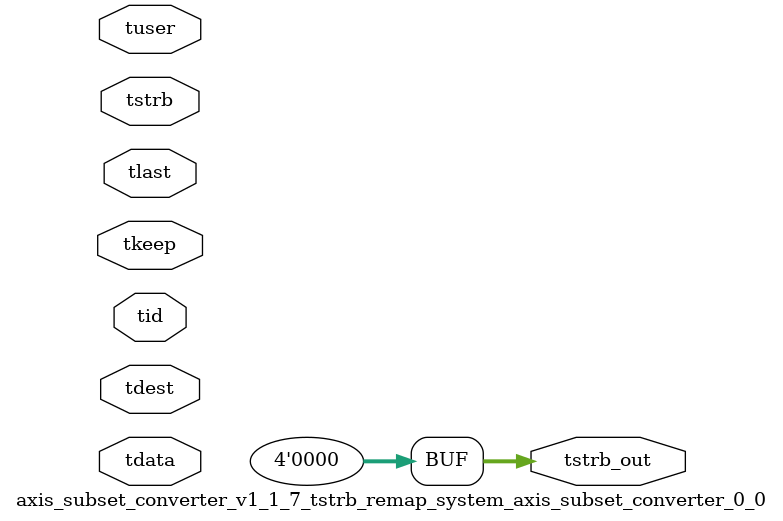
<source format=v>


`timescale 1ps/1ps

module axis_subset_converter_v1_1_7_tstrb_remap_system_axis_subset_converter_0_0 #
(
parameter C_S_AXIS_TDATA_WIDTH = 32,
parameter C_S_AXIS_TUSER_WIDTH = 0,
parameter C_S_AXIS_TID_WIDTH   = 0,
parameter C_S_AXIS_TDEST_WIDTH = 0,
parameter C_M_AXIS_TDATA_WIDTH = 32
)
(
input  [(C_S_AXIS_TDATA_WIDTH == 0 ? 1 : C_S_AXIS_TDATA_WIDTH)-1:0     ] tdata,
input  [(C_S_AXIS_TUSER_WIDTH == 0 ? 1 : C_S_AXIS_TUSER_WIDTH)-1:0     ] tuser,
input  [(C_S_AXIS_TID_WIDTH   == 0 ? 1 : C_S_AXIS_TID_WIDTH)-1:0       ] tid,
input  [(C_S_AXIS_TDEST_WIDTH == 0 ? 1 : C_S_AXIS_TDEST_WIDTH)-1:0     ] tdest,
input  [(C_S_AXIS_TDATA_WIDTH/8)-1:0 ] tkeep,
input  [(C_S_AXIS_TDATA_WIDTH/8)-1:0 ] tstrb,
input                                                                    tlast,
output [(C_M_AXIS_TDATA_WIDTH/8)-1:0 ] tstrb_out
);

assign tstrb_out = {1'b0};

endmodule


</source>
